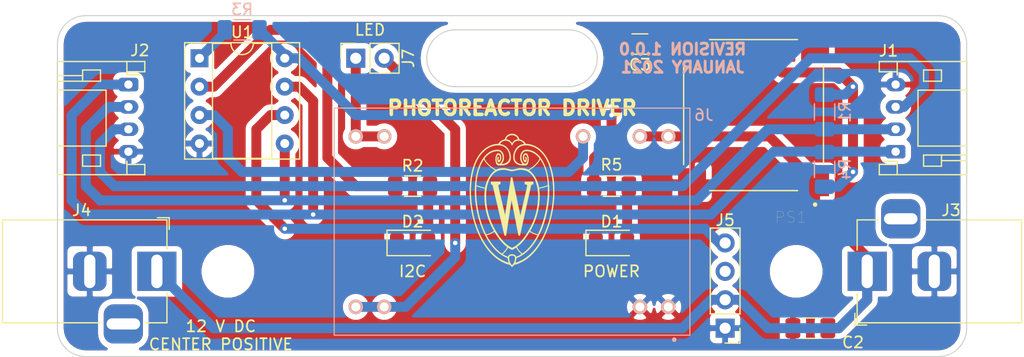
<source format=kicad_pcb>
(kicad_pcb (version 20171130) (host pcbnew 5.1.9+dfsg1-1)
  (title_block (title "Digital Photoreactor Driver") (date 2021-01-19) (rev 1.0.0) (company "University of Wisconsin-Madison") (comment 1 "Department of Chemistry") (comment 2 "Gellman Group") (comment 3 "Philip Lampkin") (comment 4 plampkin@wisc.edu))
  (layers (0 F.Cu signal) (31 B.Cu signal) (34 B.Paste user) (35 F.Paste user) (36 B.SilkS user) (37 F.SilkS user) (38 B.Mask user) (39 F.Mask user) (44 Edge.Cuts user))
  (net 0 "")
  (net 1 GND)
  (net 2 +12V)
  (net 3 +5V)
  (net 4 SDA)
  (net 5 SCL)
  (net 6 PWM_LED)
  (net 7 PWM_FAN)
  (net 8 INDICATOR)
  (net 9 "Net-(D1-Pad2)")
  (net 10 "Net-(D2-Pad2)")
  (net 11 "Net-(J1-Pad3)")
  (net 12 "Net-(J6-Pad13)")
  (net 13 "Net-(J6-Pad11)")
  (net 14 "Net-(R3-Pad2)")
  (net 15 "Net-(J5-Pad3)")
  (net 16 "Net-(PS1-Pad4)")
  (module footprints:CONV_VXO7805-500-M (layer F.Cu) (at 148.59 87.63 180)
    (fp_text reference PS1 (at -3.325 -9.135) (layer F.SilkS) (effects (font (thickness 0.015))))
    (fp_text value VXO7805-500-M)
    (pad 4 smd rect (at -5.5 6 180) (size 2.5 2.5) (layers F.Cu F.Paste F.Mask) (net 16 "Net-(PS1-Pad4)"))
    (pad 3 smd rect (at 5.5 6 180) (size 2.5 2.5) (layers F.Cu F.Paste F.Mask) (net 3 +5V))
    (pad 2 smd rect (at 5.5 -6 180) (size 2.5 2.5) (layers F.Cu F.Paste F.Mask) (net 1 GND))
    (pad 1 smd rect (at -5.5 -6 180) (size 2.5 2.5) (layers F.Cu F.Paste F.Mask) (net 2 +12V))
  )
  (module Connector_JST:JST_PH_S4B-PH-K_1x04_P2.00mm_Horizontal (layer F.Cu) (at 161.29 90.9 90)
    (fp_text reference J1 (at 9.017 -0.635) (layer F.SilkS))
    (fp_text value Conn_01x04)
    (pad 4 thru_hole oval (at 6 0 90) (size 1.2 1.75) (drill 0.75) (layers *.Cu *.Mask) (net 1 GND))
    (pad 3 thru_hole oval (at 4 0 90) (size 1.2 1.75) (drill 0.75) (layers *.Cu *.Mask) (net 11 "Net-(J1-Pad3)"))
    (pad 2 thru_hole oval (at 2 0 90) (size 1.2 1.75) (drill 0.75) (layers *.Cu *.Mask) (net 4 SDA))
    (pad 1 thru_hole roundrect (at 0 0 90) (size 1.2 1.75) (drill 0.75) (layers *.Cu *.Mask) (roundrect_rratio 0.2083325) (net 5 SCL))
  )
  (module Resistor_SMD:R_1206_3216Metric_Pad1.30x1.75mm_HandSolder (layer F.Cu) (at 135.89 93.98)
    (fp_text reference R5 (at 0 -1.905) (layer F.SilkS))
    (fp_text value 470)
    (pad 2 smd roundrect (at 1.55 0) (size 1.3 1.75) (layers F.Cu F.Paste F.Mask) (roundrect_rratio 0.1923076923076923) (net 9 "Net-(D1-Pad2)"))
    (pad 1 smd roundrect (at -1.55 0) (size 1.3 1.75) (layers F.Cu F.Paste F.Mask) (roundrect_rratio 0.1923076923076923) (net 3 +5V))
  )
  (module Resistor_SMD:R_1206_3216Metric_Pad1.30x1.75mm_HandSolder (layer B.Cu) (at 154.94 92.482 90)
    (fp_text reference R4 (at 0 1.82 90) (layer B.SilkS) (effects (justify mirror)))
    (fp_text value 4.7k)
    (pad 2 smd roundrect (at 1.55 0 90) (size 1.3 1.75) (layers B.Cu B.Paste B.Mask) (roundrect_rratio 0.1923076923076923) (net 5 SCL))
    (pad 1 smd roundrect (at -1.55 0 90) (size 1.3 1.75) (layers B.Cu B.Paste B.Mask) (roundrect_rratio 0.1923076923076923) (net 3 +5V))
  )
  (module Resistor_SMD:R_1206_3216Metric_Pad1.30x1.75mm_HandSolder (layer B.Cu) (at 102.87 80.01 180)
    (fp_text reference R3 (at 0 1.82) (layer B.SilkS) (effects (justify mirror)))
    (fp_text value 10k)
    (pad 2 smd roundrect (at 1.55 0 180) (size 1.3 1.75) (layers B.Cu B.Paste B.Mask) (roundrect_rratio 0.1923076923076923) (net 14 "Net-(R3-Pad2)"))
    (pad 1 smd roundrect (at -1.55 0 180) (size 1.3 1.75) (layers B.Cu B.Paste B.Mask) (roundrect_rratio 0.1923076923076923) (net 3 +5V))
  )
  (module Resistor_SMD:R_1206_3216Metric_Pad1.30x1.75mm_HandSolder (layer F.Cu) (at 118.11 93.98)
    (fp_text reference R2 (at 0 -1.82) (layer F.SilkS))
    (fp_text value 470)
    (pad 2 smd roundrect (at 1.55 0) (size 1.3 1.75) (layers F.Cu F.Paste F.Mask) (roundrect_rratio 0.1923076923076923) (net 10 "Net-(D2-Pad2)"))
    (pad 1 smd roundrect (at -1.55 0) (size 1.3 1.75) (layers F.Cu F.Paste F.Mask) (roundrect_rratio 0.1923076923076923) (net 8 INDICATOR))
  )
  (module Resistor_SMD:R_1206_3216Metric_Pad1.30x1.75mm_HandSolder (layer B.Cu) (at 154.94 87.35 90)
    (fp_text reference R1 (at 0 1.82 90) (layer B.SilkS) (effects (justify mirror)))
    (fp_text value 4.7k)
    (pad 2 smd roundrect (at 1.55 0 90) (size 1.3 1.75) (layers B.Cu B.Paste B.Mask) (roundrect_rratio 0.1923076923076923) (net 3 +5V))
    (pad 1 smd roundrect (at -1.55 0 90) (size 1.3 1.75) (layers B.Cu B.Paste B.Mask) (roundrect_rratio 0.1923076923076923) (net 4 SDA))
  )
  (module Capacitor_SMD:C_1206_3216Metric_Pad1.33x1.80mm_HandSolder (layer F.Cu) (at 138.43 81.28 180)
    (fp_text reference C3 (at 0 -1.85) (layer F.SilkS))
    (fp_text value 22u)
    (pad 2 smd roundrect (at 1.5625 0 180) (size 1.325 1.8) (layers F.Cu F.Paste F.Mask) (roundrect_rratio 0.1886784905660377) (net 1 GND))
    (pad 1 smd roundrect (at -1.5625 0 180) (size 1.325 1.8) (layers F.Cu F.Paste F.Mask) (roundrect_rratio 0.1886784905660377) (net 3 +5V))
  )
  (module Capacitor_SMD:C_1206_3216Metric_Pad1.33x1.80mm_HandSolder (layer F.Cu) (at 153.67 106.68)
    (fp_text reference C2 (at 3.81 1.27) (layer F.SilkS))
    (fp_text value 10u)
    (pad 2 smd roundrect (at 1.5625 0) (size 1.325 1.8) (layers F.Cu F.Paste F.Mask) (roundrect_rratio 0.1886784905660377) (net 2 +12V))
    (pad 1 smd roundrect (at -1.5625 0) (size 1.325 1.8) (layers F.Cu F.Paste F.Mask) (roundrect_rratio 0.1886784905660377) (net 1 GND))
  )
  (module footprints:logo (layer F.Cu) (at 127 95.25)
    (fp_text reference G*** hide)
    (fp_text value LOGO hide)
  )
  (module LED_SMD:LED_1206_3216Metric (layer F.Cu) (at 135.89 99.06)
    (fp_text reference D1 (at 0 -1.905) (layer F.SilkS))
    (fp_text value LED)
    (pad 2 smd roundrect (at 1.4 0) (size 1.25 1.75) (layers F.Cu F.Paste F.Mask) (roundrect_rratio 0.2) (net 9 "Net-(D1-Pad2)"))
    (pad 1 smd roundrect (at -1.4 0) (size 1.25 1.75) (layers F.Cu F.Paste F.Mask) (roundrect_rratio 0.2) (net 1 GND))
  )
  (module MountingHole:MountingHole_3.7mm (layer F.Cu) (at 152.4 101.6 180)
    (fp_text reference REF** hide)
    (fp_text value MountingHole_3.7mm hide)
    (pad 1 np_thru_hole circle (at 0 0 180) (size 3.7 3.7) (drill 3.7) (layers *.Cu *.Mask))
  )
  (module MountingHole:MountingHole_3.7mm (layer F.Cu) (at 101.6 101.6 180)
    (fp_text reference REF** hide)
    (fp_text value MountingHole_3.7mm hide)
    (pad 1 np_thru_hole circle (at 0 0 180) (size 3.7 3.7) (drill 3.7) (layers *.Cu *.Mask))
  )
  (module LDD-1500L:LDD1500L (layer B.Cu) (at 140.97 104.775 90)
    (fp_text reference J6 (at 17.145 3.175 180) (layer B.SilkS) (effects (justify mirror)))
    (fp_text value LDD-1500L hide)
    (pad 24 thru_hole circle (at 15.24 0) (size 1.3 1.3) (drill 0.8) (layers *.Cu *.Mask B.SilkS) (net 2 +12V))
    (pad 23 thru_hole circle (at 15.24 -2.54) (size 1.3 1.3) (drill 0.8) (layers *.Cu *.Mask B.SilkS) (net 2 +12V))
    (pad 21 thru_hole circle (at 15.24 -7.62) (size 1.3 1.3) (drill 0.8) (layers *.Cu *.Mask B.SilkS) (net 6 PWM_LED))
    (pad 14 thru_hole circle (at 15.24 -25.4) (size 1.3 1.3) (drill 0.8) (layers *.Cu *.Mask B.SilkS) (net 12 "Net-(J6-Pad13)"))
    (pad 13 thru_hole circle (at 15.24 -27.94) (size 1.3 1.3) (drill 0.8) (layers *.Cu *.Mask B.SilkS) (net 12 "Net-(J6-Pad13)"))
    (pad 12 thru_hole circle (at 0 -27.94) (size 1.3 1.3) (drill 0.8) (layers *.Cu *.Mask B.SilkS) (net 13 "Net-(J6-Pad11)"))
    (pad 11 thru_hole circle (at 0 -25.4) (size 1.3 1.3) (drill 0.8) (layers *.Cu *.Mask B.SilkS) (net 13 "Net-(J6-Pad11)"))
    (pad 2 thru_hole circle (at 0 -2.54) (size 1.3 1.3) (drill 0.8) (layers *.Cu *.Mask B.SilkS) (net 1 GND))
    (pad 1 thru_hole circle (at 0 0) (size 1.3 1.3) (drill 0.8) (layers *.Cu *.Mask B.SilkS) (net 1 GND))
  )
  (module Connector_BarrelJack:BarrelJack_Horizontal (layer F.Cu) (at 95.25 101.6)
    (fp_text reference J4 (at -6.731 -5.461) (layer F.SilkS))
    (fp_text value Barrel_Jack)
    (pad 1 thru_hole rect (at 0 0) (size 3.5 3.5) (drill oval 1 3) (layers *.Cu *.Mask) (net 2 +12V))
    (pad 2 thru_hole roundrect (at -6 0) (size 3 3.5) (drill oval 1 3) (layers *.Cu *.Mask) (net 1 GND))
    (pad 3 thru_hole roundrect (at -3 4.7) (size 3.5 3.5) (drill oval 3 1) (layers *.Cu *.Mask))
  )
  (module Connector_BarrelJack:BarrelJack_Horizontal (layer F.Cu) (at 158.75 101.6 180)
    (fp_text reference J3 (at -7.493 5.462) (layer F.SilkS))
    (fp_text value Barrel_Jack)
    (pad 3 thru_hole roundrect (at -3 4.7 180) (size 3.5 3.5) (drill oval 3 1) (layers *.Cu *.Mask))
    (pad 2 thru_hole roundrect (at -6 0 180) (size 3 3.5) (drill oval 1 3) (layers *.Cu *.Mask) (net 1 GND))
    (pad 1 thru_hole rect (at 0 0 180) (size 3.5 3.5) (drill oval 1 3) (layers *.Cu *.Mask) (net 2 +12V))
  )
  (module LED_SMD:LED_1206_3216Metric (layer F.Cu) (at 118.11 99.06)
    (fp_text reference D2 (at 0 -1.905) (layer F.SilkS))
    (fp_text value LED)
    (pad 2 smd roundrect (at 1.4 0) (size 1.25 1.75) (layers F.Cu F.Paste F.Mask) (roundrect_rratio 0.2) (net 10 "Net-(D2-Pad2)"))
    (pad 1 smd roundrect (at -1.4 0) (size 1.25 1.75) (layers F.Cu F.Paste F.Mask) (roundrect_rratio 0.2) (net 1 GND))
  )
  (module Connector_JST:JST_PH_S4B-PH-K_1x04_P2.00mm_Horizontal (layer F.Cu) (at 92.71 84.9 270)
    (fp_text reference J2 (at -3.048 -1.016 180) (layer F.SilkS))
    (fp_text value Conn_01x04)
    (pad 4 thru_hole oval (at 6 0 270) (size 1.2 1.75) (drill 0.75) (layers *.Cu *.Mask) (net 1 GND))
    (pad 3 thru_hole oval (at 4 0 270) (size 1.2 1.75) (drill 0.75) (layers *.Cu *.Mask) (net 11 "Net-(J1-Pad3)"))
    (pad 2 thru_hole oval (at 2 0 270) (size 1.2 1.75) (drill 0.75) (layers *.Cu *.Mask) (net 4 SDA))
    (pad 1 thru_hole roundrect (at 0 0 270) (size 1.2 1.75) (drill 0.75) (layers *.Cu *.Mask) (roundrect_rratio 0.2083325) (net 5 SCL))
  )
  (module Package_DIP:DIP-8_W7.62mm_Socket (layer F.Cu) (at 99.06 82.55)
    (fp_text reference U1 (at 3.81 -2.33) (layer F.SilkS))
    (fp_text value ATtiny85-20PU)
    (pad 8 thru_hole oval (at 7.62 0) (size 1.6 1.6) (drill 0.8) (layers *.Cu *.Mask) (net 3 +5V))
    (pad 4 thru_hole oval (at 0 7.62) (size 1.6 1.6) (drill 0.8) (layers *.Cu *.Mask) (net 1 GND))
    (pad 7 thru_hole oval (at 7.62 2.54) (size 1.6 1.6) (drill 0.8) (layers *.Cu *.Mask) (net 5 SCL))
    (pad 3 thru_hole oval (at 0 5.08) (size 1.6 1.6) (drill 0.8) (layers *.Cu *.Mask) (net 6 PWM_LED))
    (pad 6 thru_hole oval (at 7.62 5.08) (size 1.6 1.6) (drill 0.8) (layers *.Cu *.Mask) (net 7 PWM_FAN))
    (pad 2 thru_hole oval (at 0 2.54) (size 1.6 1.6) (drill 0.8) (layers *.Cu *.Mask) (net 8 INDICATOR))
    (pad 5 thru_hole oval (at 7.62 7.62) (size 1.6 1.6) (drill 0.8) (layers *.Cu *.Mask) (net 4 SDA))
    (pad 1 thru_hole rect (at 0 0) (size 1.6 1.6) (drill 0.8) (layers *.Cu *.Mask) (net 14 "Net-(R3-Pad2)"))
  )
  (module Connector_PinHeader_2.54mm:PinHeader_1x04_P2.54mm_Vertical (layer F.Cu) (at 146.05 106.68 180)
    (fp_text reference J5 (at 0 9.652) (layer F.SilkS))
    (fp_text value Conn_01x04)
    (pad 4 thru_hole oval (at 0 7.62 180) (size 1.7 1.7) (drill 1) (layers *.Cu *.Mask) (net 7 PWM_FAN))
    (pad 3 thru_hole oval (at 0 5.08 180) (size 1.7 1.7) (drill 1) (layers *.Cu *.Mask) (net 15 "Net-(J5-Pad3)"))
    (pad 2 thru_hole oval (at 0 2.54 180) (size 1.7 1.7) (drill 1) (layers *.Cu *.Mask) (net 2 +12V))
    (pad 1 thru_hole rect (at 0 0 180) (size 1.7 1.7) (drill 1) (layers *.Cu *.Mask) (net 1 GND))
  )
  (module Connector_PinSocket_2.54mm:PinSocket_1x02_P2.54mm_Vertical (layer F.Cu) (at 113.03 82.55 90)
    (fp_text reference J7 (at 0 4.699 90) (layer F.SilkS))
    (fp_text value Conn_01x02)
    (pad 1 thru_hole rect (at 0 0 90) (size 1.7 1.7) (drill 1) (layers *.Cu *.Mask) (net 12 "Net-(J6-Pad13)"))
    (pad 2 thru_hole oval (at 0 2.54 90) (size 1.7 1.7) (drill 1) (layers *.Cu *.Mask) (net 13 "Net-(J6-Pad11)"))
  )
  (gr_text I2C (at 118.11 101.6) (layer F.SilkS) (effects (font (size 1 1))))
  (gr_text POWER (at 135.89 101.6) (layer F.SilkS) (effects (font (size 1 1))))
  (gr_text "12 V DC\nCENTER POSITIVE" (at 100.965 107.315) (layer F.SilkS) (effects (font (size 1 1))))
  (gr_text "PHOTOREACTOR DRIVER" (at 127 86.995) (layer F.SilkS) (effects (font (size 1.27 1.27) (thickness 0.3175))))
  (gr_text LED (at 114.3 80.01) (layer F.SilkS) (effects (font (size 1 1))))
  (gr_arc (start 121.92 82.55) (end 119.38 82.55) (angle -90) (layer Edge.Cuts) (width 0.1))
  (gr_line (start 165.1 78.74) (end 88.9 78.74) (layer Edge.Cuts) (width 0.1))
  (gr_arc (start 121.92 82.55) (end 121.92 80.01) (angle -90) (layer Edge.Cuts) (width 0.1))
  (gr_arc (start 132.08 82.55) (end 134.62 82.55) (angle -90) (layer Edge.Cuts) (width 0.1))
  (gr_arc (start 132.08 82.55) (end 132.08 85.09) (angle -90) (layer Edge.Cuts) (width 0.1))
  (gr_line (start 132.08 80.01) (end 121.92 80.01) (layer Edge.Cuts) (width 0.1))
  (gr_line (start 132.08 85.09) (end 121.92 85.09) (layer Edge.Cuts) (width 0.1))
  (gr_line (start 165.1 109.22) (end 88.9 109.22) (layer Edge.Cuts) (width 0.1))
  (gr_line (start 86.36 81.28) (end 86.36 106.68) (layer Edge.Cuts) (width 0.1))
  (gr_line (start 167.64 106.68) (end 167.64 81.28) (layer Edge.Cuts) (width 0.1))
  (gr_arc (start 88.9 81.28) (end 88.9 78.74) (angle -90) (layer Edge.Cuts) (width 0.1))
  (gr_arc (start 88.9 106.68) (end 86.36 106.68) (angle -90) (layer Edge.Cuts) (width 0.1))
  (gr_arc (start 165.1 106.68) (end 165.1 109.22) (angle -90) (layer Edge.Cuts) (width 0.1))
  (gr_arc (start 165.1 81.28) (end 167.64 81.28) (angle -90) (layer Edge.Cuts) (width 0.1))
  (gr_text "REVISION 1.0.0\nJANUARY 2021" (at 142.24 82.55) (layer B.SilkS) (effects (font (size 1 1) (thickness 0.25)) (justify mirror)))
  (segment (start 158.75 101.6) (end 158.75 102.87) (width 0.889) (layer F.Cu) (net 2))
  (segment (start 155.2325 106.68) (end 156.21 106.68) (width 0.889) (layer F.Cu) (net 2))
  (segment (start 158.75 104.14) (end 158.75 101.6) (width 0.889) (layer F.Cu) (net 2))
  (segment (start 156.21 106.68) (end 158.75 104.14) (width 0.889) (layer F.Cu) (net 2))
  (segment (start 154.09 93.63) (end 154.09 95.67) (width 0.889) (layer F.Cu) (net 2))
  (segment (start 158.75 100.33) (end 158.75 101.6) (width 0.889) (layer F.Cu) (net 2))
  (segment (start 154.09 95.67) (end 158.75 100.33) (width 0.889) (layer F.Cu) (net 2))
  (segment (start 138.43 89.535) (end 140.97 89.535) (width 0.889) (layer F.Cu) (net 2))
  (segment (start 149.995 89.535) (end 154.09 93.63) (width 0.889) (layer F.Cu) (net 2))
  (segment (start 140.97 89.535) (end 149.995 89.535) (width 0.889) (layer F.Cu) (net 2))
  (segment (start 144.78 104.14) (end 146.05 104.14) (width 0.889) (layer B.Cu) (net 2))
  (segment (start 142.24 106.68) (end 144.78 104.14) (width 0.889) (layer B.Cu) (net 2))
  (segment (start 100.33 106.68) (end 142.24 106.68) (width 0.889) (layer B.Cu) (net 2))
  (segment (start 95.25 101.6) (end 100.33 106.68) (width 0.889) (layer B.Cu) (net 2))
  (segment (start 146.05 104.14) (end 147.32 104.14) (width 0.889) (layer B.Cu) (net 2))
  (segment (start 147.32 104.14) (end 149.86 106.68) (width 0.889) (layer B.Cu) (net 2))
  (segment (start 149.86 106.68) (end 156.21 106.68) (width 0.889) (layer B.Cu) (net 2))
  (segment (start 156.21 106.68) (end 158.75 104.14) (width 0.889) (layer B.Cu) (net 2))
  (segment (start 158.75 104.14) (end 158.75 101.6) (width 0.889) (layer B.Cu) (net 2))
  (segment (start 142.74 81.28) (end 143.09 81.63) (width 0.889) (layer F.Cu) (net 3))
  (segment (start 139.9925 81.28) (end 142.74 81.28) (width 0.889) (layer F.Cu) (net 3))
  (segment (start 139.9925 83.5275) (end 139.9925 81.28) (width 0.889) (layer F.Cu) (net 3))
  (segment (start 135.89 89.891258) (end 135.89 87.63) (width 0.889) (layer F.Cu) (net 3))
  (segment (start 134.34 91.441258) (end 135.89 89.891258) (width 0.889) (layer F.Cu) (net 3))
  (segment (start 134.34 93.98) (end 134.34 91.441258) (width 0.889) (layer F.Cu) (net 3))
  (segment (start 135.89 87.63) (end 137.16 86.36) (width 0.889) (layer F.Cu) (net 3))
  (segment (start 137.16 86.36) (end 139.9925 83.5275) (width 0.889) (layer F.Cu) (net 3))
  (via (at 135.89 87.63) (size 0.8) (drill 0.4) (layers F.Cu B.Cu) (net 3))
  (segment (start 135.89 87.63) (end 113.03 87.63) (width 0.889) (layer B.Cu) (net 3))
  (segment (start 107.95 82.55) (end 106.68 82.55) (width 0.889) (layer B.Cu) (net 3))
  (segment (start 113.03 87.63) (end 107.95 82.55) (width 0.889) (layer B.Cu) (net 3))
  (segment (start 143.09 81.63) (end 147.67 81.63) (width 0.889) (layer F.Cu) (net 3))
  (segment (start 147.67 81.63) (end 148.94 81.63) (width 0.889) (layer F.Cu) (net 3))
  (segment (start 148.94 81.63) (end 151.13 83.82) (width 0.889) (layer F.Cu) (net 3))
  (segment (start 151.13 83.82) (end 156.21 83.82) (width 0.889) (layer F.Cu) (net 3))
  (segment (start 156.21 83.82) (end 157.48 85.09) (width 0.889) (layer F.Cu) (net 3))
  (via (at 157.48 92.71) (size 0.8) (drill 0.4) (layers F.Cu B.Cu) (net 3))
  (segment (start 157.48 85.09) (end 157.48 92.71) (width 0.889) (layer F.Cu) (net 3))
  (segment (start 156.158 94.032) (end 154.94 94.032) (width 0.889) (layer B.Cu) (net 3))
  (segment (start 157.48 92.71) (end 156.158 94.032) (width 0.889) (layer B.Cu) (net 3))
  (via (at 157.48 85.09) (size 0.8) (drill 0.4) (layers F.Cu B.Cu) (net 3))
  (segment (start 156.77 85.8) (end 157.48 85.09) (width 0.889) (layer B.Cu) (net 3))
  (segment (start 154.94 85.8) (end 156.77 85.8) (width 0.889) (layer B.Cu) (net 3))
  (segment (start 106.68 82.27) (end 104.42 80.01) (width 0.889) (layer B.Cu) (net 3))
  (segment (start 106.68 82.55) (end 106.68 82.27) (width 0.889) (layer B.Cu) (net 3))
  (segment (start 149.86 88.9) (end 161.29 88.9) (width 0.889) (layer B.Cu) (net 4))
  (segment (start 143.51 95.25) (end 149.86 88.9) (width 0.889) (layer B.Cu) (net 4))
  (segment (start 88.9 93.98) (end 90.17 95.25) (width 0.889) (layer B.Cu) (net 4))
  (segment (start 88.9 88.9) (end 88.9 93.98) (width 0.889) (layer B.Cu) (net 4))
  (segment (start 90.9 86.9) (end 88.9 88.9) (width 0.889) (layer B.Cu) (net 4))
  (segment (start 92.71 86.9) (end 90.9 86.9) (width 0.889) (layer B.Cu) (net 4))
  (via (at 106.68 95.25) (size 0.8) (drill 0.4) (layers F.Cu B.Cu) (net 4))
  (segment (start 106.68 90.17) (end 106.68 95.25) (width 0.889) (layer F.Cu) (net 4))
  (segment (start 106.68 95.25) (end 143.51 95.25) (width 0.889) (layer B.Cu) (net 4))
  (segment (start 90.17 95.25) (end 106.68 95.25) (width 0.889) (layer B.Cu) (net 4))
  (segment (start 92.71 84.9) (end 92.71 85.09) (width 0.889) (layer B.Cu) (net 5))
  (segment (start 150.4 90.9) (end 161.29 90.9) (width 0.889) (layer B.Cu) (net 5))
  (segment (start 144.779991 96.520009) (end 150.4 90.9) (width 0.889) (layer B.Cu) (net 5))
  (segment (start 87.63 95.25) (end 88.900009 96.520009) (width 0.889) (layer B.Cu) (net 5))
  (segment (start 87.63 87.63) (end 87.63 95.25) (width 0.889) (layer B.Cu) (net 5))
  (segment (start 90.36 84.9) (end 87.63 87.63) (width 0.889) (layer B.Cu) (net 5))
  (segment (start 92.71 84.9) (end 90.36 84.9) (width 0.889) (layer B.Cu) (net 5))
  (segment (start 106.68 85.09) (end 107.95 85.09) (width 0.889) (layer F.Cu) (net 5))
  (via (at 109.22 96.52) (size 0.8) (drill 0.4) (layers F.Cu B.Cu) (net 5))
  (segment (start 109.22 86.36) (end 109.22 96.52) (width 0.889) (layer F.Cu) (net 5))
  (segment (start 107.95 85.09) (end 109.22 86.36) (width 0.889) (layer F.Cu) (net 5))
  (segment (start 109.22 96.52) (end 144.779982 96.52) (width 0.889) (layer B.Cu) (net 5))
  (segment (start 88.9 96.52) (end 109.22 96.52) (width 0.889) (layer B.Cu) (net 5))
  (segment (start 99.06 87.63) (end 100.33 87.63) (width 0.889) (layer B.Cu) (net 6))
  (segment (start 100.33 87.63) (end 101.6 88.9) (width 0.889) (layer B.Cu) (net 6))
  (segment (start 101.6 88.9) (end 101.6 91.44) (width 0.889) (layer B.Cu) (net 6))
  (segment (start 101.6 91.44) (end 102.87 92.71) (width 0.889) (layer B.Cu) (net 6))
  (segment (start 102.87 92.71) (end 132.08 92.71) (width 0.889) (layer B.Cu) (net 6))
  (segment (start 133.35 91.44) (end 133.35 89.535) (width 0.889) (layer B.Cu) (net 6))
  (segment (start 132.08 92.71) (end 133.35 91.44) (width 0.889) (layer B.Cu) (net 6))
  (segment (start 106.68 87.63) (end 105.41 87.63) (width 0.889) (layer F.Cu) (net 7))
  (segment (start 105.41 87.63) (end 104.14 88.9) (width 0.889) (layer F.Cu) (net 7))
  (segment (start 104.14 88.9) (end 104.14 95.25) (width 0.889) (layer F.Cu) (net 7))
  (via (at 106.68 97.79) (size 0.8) (drill 0.4) (layers F.Cu B.Cu) (net 7))
  (segment (start 104.14 95.25) (end 106.68 97.79) (width 0.889) (layer F.Cu) (net 7))
  (segment (start 145.523918 99.06) (end 146.05 99.06) (width 0.889) (layer B.Cu) (net 7))
  (segment (start 144.253918 97.79) (end 145.523918 99.06) (width 0.889) (layer B.Cu) (net 7))
  (segment (start 106.68 97.79) (end 144.253918 97.79) (width 0.889) (layer B.Cu) (net 7))
  (segment (start 100.33 85.09) (end 99.06 85.09) (width 0.889) (layer F.Cu) (net 8))
  (segment (start 105.41 80.01) (end 100.33 85.09) (width 0.889) (layer F.Cu) (net 8))
  (segment (start 107.95 80.01) (end 105.41 80.01) (width 0.889) (layer F.Cu) (net 8))
  (segment (start 110.49 91.44) (end 110.49 82.55) (width 0.889) (layer F.Cu) (net 8))
  (segment (start 113.03 93.98) (end 110.49 91.44) (width 0.889) (layer F.Cu) (net 8))
  (segment (start 110.49 82.55) (end 107.95 80.01) (width 0.889) (layer F.Cu) (net 8))
  (segment (start 116.56 93.98) (end 113.03 93.98) (width 0.889) (layer F.Cu) (net 8))
  (segment (start 137.29 94.13) (end 137.44 93.98) (width 0.889) (layer F.Cu) (net 9))
  (segment (start 137.29 99.06) (end 137.29 94.13) (width 0.889) (layer F.Cu) (net 9))
  (segment (start 119.51 94.13) (end 119.66 93.98) (width 0.889) (layer F.Cu) (net 10))
  (segment (start 119.51 99.06) (end 119.51 94.13) (width 0.889) (layer F.Cu) (net 10))
  (segment (start 142.24 93.98) (end 149.32 86.9) (width 0.889) (layer B.Cu) (net 11))
  (segment (start 91.44 93.98) (end 142.24 93.98) (width 0.889) (layer B.Cu) (net 11))
  (segment (start 91.44 88.9) (end 90.17 90.17) (width 0.889) (layer B.Cu) (net 11))
  (segment (start 92.71 88.9) (end 91.44 88.9) (width 0.889) (layer B.Cu) (net 11))
  (segment (start 91.44 93.98) (end 90.17 92.71) (width 0.889) (layer B.Cu) (net 11))
  (segment (start 90.17 92.71) (end 90.17 90.17) (width 0.889) (layer B.Cu) (net 11))
  (segment (start 149.32 86.9) (end 149.225 86.995) (width 0.889) (layer B.Cu) (net 11))
  (segment (start 162.02 86.9) (end 161.29 86.9) (width 0.889) (layer B.Cu) (net 11))
  (segment (start 163.83 85.09) (end 162.02 86.9) (width 0.889) (layer B.Cu) (net 11))
  (segment (start 163.83 83.82) (end 163.83 85.09) (width 0.889) (layer B.Cu) (net 11))
  (segment (start 162.56 82.55) (end 163.83 83.82) (width 0.889) (layer B.Cu) (net 11))
  (segment (start 153.67 82.55) (end 162.56 82.55) (width 0.889) (layer B.Cu) (net 11))
  (segment (start 149.32 86.9) (end 153.67 82.55) (width 0.889) (layer B.Cu) (net 11))
  (segment (start 115.57 89.535) (end 113.03 89.535) (width 0.889) (layer F.Cu) (net 12))
  (segment (start 113.03 82.55) (end 113.03 89.535) (width 0.889) (layer F.Cu) (net 12))
  (segment (start 115.57 104.775) (end 113.03 104.775) (width 0.889) (layer B.Cu) (net 13))
  (segment (start 115.57 82.55) (end 121.92 88.9) (width 0.889) (layer F.Cu) (net 13))
  (via (at 121.92 99.06) (size 0.8) (drill 0.4) (layers F.Cu B.Cu) (net 13))
  (segment (start 121.92 88.9) (end 121.92 99.06) (width 0.889) (layer F.Cu) (net 13))
  (segment (start 121.92 99.06) (end 121.92 100.33) (width 0.889) (layer B.Cu) (net 13))
  (segment (start 117.475 104.775) (end 115.57 104.775) (width 0.889) (layer B.Cu) (net 13))
  (segment (start 121.92 100.33) (end 117.475 104.775) (width 0.889) (layer B.Cu) (net 13))
  (segment (start 101.32 80.29) (end 99.06 82.55) (width 0.889) (layer B.Cu) (net 14))
  (segment (start 101.32 80.01) (end 101.32 80.29) (width 0.889) (layer B.Cu) (net 14))
  (zone (net 1) (net_name GND) (layer F.Cu) (connect_pads (clearance 0.508)) (min_thickness 0.254) (fill yes (arc_segments 32) (thermal_gap 0.508) (thermal_bridge_width 0.508))
    (polygon (pts (xy 167.64 109.22) (xy 86.36 109.22) (xy 86.36 78.74) (xy 167.64 78.74)))
  )
  (zone (net 1) (net_name GND) (layer B.Cu) (connect_pads (clearance 0.508)) (min_thickness 0.254) (fill yes (arc_segments 32) (thermal_gap 0.508) (thermal_bridge_width 0.508))
    (polygon (pts (xy 167.64 109.22) (xy 86.36 109.22) (xy 86.36 78.74) (xy 167.64 78.74)))
  )
)
</source>
